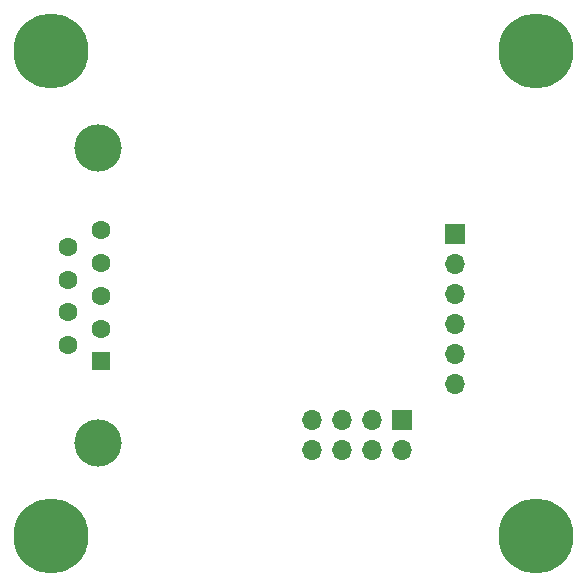
<source format=gbs>
G04 #@! TF.GenerationSoftware,KiCad,Pcbnew,(6.0.1)*
G04 #@! TF.CreationDate,2022-08-01T16:57:02-04:00*
G04 #@! TF.ProjectId,RS232_TTL_Female,52533233-325f-4545-944c-5f46656d616c,rev?*
G04 #@! TF.SameCoordinates,Original*
G04 #@! TF.FileFunction,Soldermask,Bot*
G04 #@! TF.FilePolarity,Negative*
%FSLAX46Y46*%
G04 Gerber Fmt 4.6, Leading zero omitted, Abs format (unit mm)*
G04 Created by KiCad (PCBNEW (6.0.1)) date 2022-08-01 16:57:02*
%MOMM*%
%LPD*%
G01*
G04 APERTURE LIST*
%ADD10C,6.350000*%
%ADD11R,1.600000X1.600000*%
%ADD12C,1.600000*%
%ADD13C,4.000000*%
%ADD14R,1.700000X1.700000*%
%ADD15O,1.700000X1.700000*%
G04 APERTURE END LIST*
D10*
X101000000Y-74000000D03*
X60000000Y-74000000D03*
X101000000Y-33000000D03*
X60000000Y-33000000D03*
D11*
X64202700Y-59249400D03*
D12*
X64202700Y-56479400D03*
X64202700Y-53709400D03*
X64202700Y-50939400D03*
X64202700Y-48169400D03*
X61362700Y-57864400D03*
X61362700Y-55094400D03*
X61362700Y-52324400D03*
X61362700Y-49554400D03*
D13*
X63902700Y-41209400D03*
X63902700Y-66209400D03*
D14*
X94200100Y-48467100D03*
D15*
X94200100Y-51007100D03*
X94200100Y-53547100D03*
X94200100Y-56087100D03*
X94200100Y-58627100D03*
X94200100Y-61167100D03*
D14*
X89717000Y-64240500D03*
D15*
X89717000Y-66780500D03*
X87177000Y-64240500D03*
X87177000Y-66780500D03*
X84637000Y-64240500D03*
X84637000Y-66780500D03*
X82097000Y-64240500D03*
X82097000Y-66780500D03*
M02*

</source>
